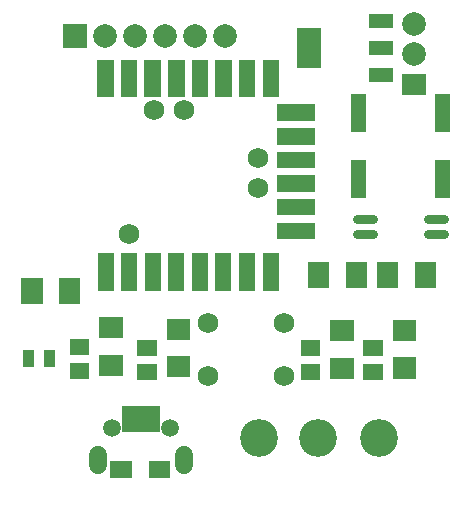
<source format=gts>
G04 Layer: TopSolderMaskLayer*
G04 EasyEDA v6.3.22, 2020-02-28T15:00:48+01:00*
G04 63a5f4fbcb7f4444b97e2c31749ff225,9eabfb72a9474bef872f988307f0334b,10*
G04 Gerber Generator version 0.2*
G04 Scale: 100 percent, Rotated: No, Reflected: No *
G04 Dimensions in millimeters *
G04 leading zeros omitted , absolute positions ,3 integer and 3 decimal *
%FSLAX33Y33*%
%MOMM*%
G90*
G71D02*

%ADD39C,0.803199*%
%ADD40C,1.503197*%
%ADD41C,1.727200*%
%ADD43C,2.003196*%
%ADD47R,2.103120X1.153160*%
%ADD48R,2.103120X3.454400*%
%ADD49C,3.203194*%
%ADD53R,1.402080X3.202940*%

%LPD*%
G54D39*
G01X37228Y21082D02*
G01X35828Y21082D01*
G01X37228Y22352D02*
G01X35828Y22352D01*
G01X31228Y22352D02*
G01X29828Y22352D01*
G01X31228Y21082D02*
G01X29828Y21082D01*
G54D40*
G01X15176Y2423D02*
G01X15176Y1523D01*
G01X7937Y2423D02*
G01X7937Y1523D01*
G54D41*
G01X12700Y31623D03*
G01X15240Y31623D03*
G01X21463Y27559D03*
G01X21463Y25019D03*
G01X10541Y21082D03*
G36*
G01X1531Y9840D02*
G01X1531Y11242D01*
G01X2535Y11242D01*
G01X2535Y9840D01*
G01X1531Y9840D01*
G37*
G36*
G01X3309Y9840D02*
G01X3309Y11242D01*
G01X4313Y11242D01*
G01X4313Y9840D01*
G01X3309Y9840D01*
G37*
G54D43*
G01X34671Y38862D03*
G01X34671Y36322D03*
G36*
G01X33670Y32893D02*
G01X33670Y34671D01*
G01X35672Y34671D01*
G01X35672Y32893D01*
G01X33670Y32893D01*
G37*
G01X18669Y37846D03*
G01X16129Y37846D03*
G01X13589Y37846D03*
G01X11049Y37846D03*
G01X8509Y37846D03*
G36*
G01X4968Y36845D02*
G01X4968Y38847D01*
G01X6970Y38847D01*
G01X6970Y36845D01*
G01X4968Y36845D01*
G37*
G36*
G01X5514Y10876D02*
G01X5514Y12237D01*
G01X7185Y12237D01*
G01X7185Y10876D01*
G01X5514Y10876D01*
G37*
G36*
G01X5514Y8844D02*
G01X5514Y10205D01*
G01X7185Y10205D01*
G01X7185Y8844D01*
G01X5514Y8844D01*
G37*
G36*
G01X11229Y10749D02*
G01X11229Y12110D01*
G01X12900Y12110D01*
G01X12900Y10749D01*
G01X11229Y10749D01*
G37*
G36*
G01X11229Y8717D02*
G01X11229Y10078D01*
G01X12900Y10078D01*
G01X12900Y8717D01*
G01X11229Y8717D01*
G37*
G36*
G01X25072Y10749D02*
G01X25072Y12110D01*
G01X26743Y12110D01*
G01X26743Y10749D01*
G01X25072Y10749D01*
G37*
G36*
G01X25072Y8717D02*
G01X25072Y10078D01*
G01X26743Y10078D01*
G01X26743Y8717D01*
G01X25072Y8717D01*
G37*
G36*
G01X30368Y10787D02*
G01X30368Y12149D01*
G01X32039Y12149D01*
G01X32039Y10787D01*
G01X30368Y10787D01*
G37*
G36*
G01X30368Y8755D02*
G01X30368Y10117D01*
G01X32039Y10117D01*
G01X32039Y8755D01*
G01X30368Y8755D01*
G37*
G54D47*
G01X31879Y34529D03*
G01X31879Y36830D03*
G01X31879Y39131D03*
G54D48*
G01X25778Y36830D03*
G54D49*
G01X21590Y3810D03*
G01X26588Y3810D03*
G01X31750Y3810D03*
G36*
G01X12519Y4356D02*
G01X12519Y6558D01*
G01X13172Y6558D01*
G01X13172Y4356D01*
G01X12519Y4356D01*
G37*
G36*
G01X11869Y4356D02*
G01X11869Y6558D01*
G01X12522Y6558D01*
G01X12522Y4356D01*
G01X11869Y4356D01*
G37*
G36*
G01X11219Y4356D02*
G01X11219Y6558D01*
G01X11874Y6558D01*
G01X11874Y4356D01*
G01X11219Y4356D01*
G37*
G36*
G01X10569Y4356D02*
G01X10569Y6558D01*
G01X11224Y6558D01*
G01X11224Y4356D01*
G01X10569Y4356D01*
G37*
G36*
G01X9921Y4356D02*
G01X9921Y6558D01*
G01X10574Y6558D01*
G01X10574Y4356D01*
G01X9921Y4356D01*
G37*
G36*
G01X12250Y444D02*
G01X12250Y1846D01*
G01X14054Y1846D01*
G01X14054Y444D01*
G01X12250Y444D01*
G37*
G36*
G01X8971Y459D02*
G01X8971Y1864D01*
G01X10774Y1864D01*
G01X10774Y459D01*
G01X8971Y459D01*
G37*
G54D40*
G01X9146Y4673D03*
G01X13988Y4673D03*
G36*
G01X8016Y12255D02*
G01X8016Y14059D01*
G01X10020Y14059D01*
G01X10020Y12255D01*
G01X8016Y12255D01*
G37*
G36*
G01X8016Y9080D02*
G01X8016Y10884D01*
G01X10020Y10884D01*
G01X10020Y9080D01*
G01X8016Y9080D01*
G37*
G36*
G01X13731Y12128D02*
G01X13731Y13932D01*
G01X15735Y13932D01*
G01X15735Y12128D01*
G01X13731Y12128D01*
G37*
G36*
G01X13731Y8953D02*
G01X13731Y10757D01*
G01X15735Y10757D01*
G01X15735Y8953D01*
G01X13731Y8953D01*
G37*
G36*
G01X32867Y12039D02*
G01X32867Y13843D01*
G01X34871Y13843D01*
G01X34871Y12039D01*
G01X32867Y12039D01*
G37*
G36*
G01X32867Y8864D02*
G01X32867Y10668D01*
G01X34871Y10668D01*
G01X34871Y8864D01*
G01X32867Y8864D01*
G37*
G54D53*
G01X8560Y17857D03*
G01X10541Y17857D03*
G01X12547Y17857D03*
G01X14554Y17857D03*
G01X16561Y17857D03*
G01X18542Y17857D03*
G01X20548Y17857D03*
G01X22555Y17857D03*
G36*
G01X7859Y32662D02*
G01X7859Y35865D01*
G01X9261Y35865D01*
G01X9261Y32662D01*
G01X7859Y32662D01*
G37*
G36*
G01X9840Y32662D02*
G01X9840Y35865D01*
G01X11242Y35865D01*
G01X11242Y32662D01*
G01X9840Y32662D01*
G37*
G36*
G01X11846Y32662D02*
G01X11846Y35865D01*
G01X13248Y35865D01*
G01X13248Y32662D01*
G01X11846Y32662D01*
G37*
G36*
G01X13853Y32662D02*
G01X13853Y35865D01*
G01X15255Y35865D01*
G01X15255Y32662D01*
G01X13853Y32662D01*
G37*
G36*
G01X15860Y32662D02*
G01X15860Y35865D01*
G01X17262Y35865D01*
G01X17262Y32662D01*
G01X15860Y32662D01*
G37*
G36*
G01X17841Y32662D02*
G01X17841Y35865D01*
G01X19243Y35865D01*
G01X19243Y32662D01*
G01X17841Y32662D01*
G37*
G36*
G01X19847Y32662D02*
G01X19847Y35865D01*
G01X21249Y35865D01*
G01X21249Y32662D01*
G01X19847Y32662D01*
G37*
G36*
G01X21854Y32662D02*
G01X21854Y35865D01*
G01X23256Y35865D01*
G01X23256Y32662D01*
G01X21854Y32662D01*
G37*
G36*
G01X23063Y28661D02*
G01X23063Y30063D01*
G01X26266Y30063D01*
G01X26266Y28661D01*
G01X23063Y28661D01*
G37*
G36*
G01X23063Y26655D02*
G01X23063Y28057D01*
G01X26266Y28057D01*
G01X26266Y26655D01*
G01X23063Y26655D01*
G37*
G36*
G01X23063Y24673D02*
G01X23063Y26075D01*
G01X26266Y26075D01*
G01X26266Y24673D01*
G01X23063Y24673D01*
G37*
G36*
G01X23063Y22667D02*
G01X23063Y24069D01*
G01X26266Y24069D01*
G01X26266Y22667D01*
G01X23063Y22667D01*
G37*
G36*
G01X23063Y20660D02*
G01X23063Y22062D01*
G01X26266Y22062D01*
G01X26266Y20660D01*
G01X23063Y20660D01*
G37*
G36*
G01X23063Y30668D02*
G01X23063Y32070D01*
G01X26266Y32070D01*
G01X26266Y30668D01*
G01X23063Y30668D01*
G37*
G36*
G01X36482Y29774D02*
G01X36482Y32977D01*
G01X37686Y32977D01*
G01X37686Y29774D01*
G01X36482Y29774D01*
G37*
G36*
G01X36482Y24173D02*
G01X36482Y27376D01*
G01X37686Y27376D01*
G01X37686Y24173D01*
G01X36482Y24173D01*
G37*
G36*
G01X29370Y29774D02*
G01X29370Y32977D01*
G01X30574Y32977D01*
G01X30574Y29774D01*
G01X29370Y29774D01*
G37*
G36*
G01X29370Y24173D02*
G01X29370Y27376D01*
G01X30574Y27376D01*
G01X30574Y24173D01*
G01X29370Y24173D01*
G37*
G54D41*
G01X23697Y13553D03*
G01X17197Y13553D03*
G01X23697Y9053D03*
G01X17197Y9053D03*
G36*
G01X28892Y16550D02*
G01X28892Y18755D01*
G01X30696Y18755D01*
G01X30696Y16550D01*
G01X28892Y16550D01*
G37*
G36*
G01X25692Y16550D02*
G01X25692Y18755D01*
G01X27495Y18755D01*
G01X27495Y16550D01*
G01X25692Y16550D01*
G37*
G36*
G01X1435Y15153D02*
G01X1435Y17358D01*
G01X3238Y17358D01*
G01X3238Y15153D01*
G01X1435Y15153D01*
G37*
G36*
G01X4635Y15153D02*
G01X4635Y17358D01*
G01X6439Y17358D01*
G01X6439Y15153D01*
G01X4635Y15153D01*
G37*
G36*
G01X31534Y16550D02*
G01X31534Y18755D01*
G01X33337Y18755D01*
G01X33337Y16550D01*
G01X31534Y16550D01*
G37*
G36*
G01X34734Y16550D02*
G01X34734Y18755D01*
G01X36538Y18755D01*
G01X36538Y16550D01*
G01X34734Y16550D01*
G37*
G36*
G01X27574Y12001D02*
G01X27574Y13805D01*
G01X29578Y13805D01*
G01X29578Y12001D01*
G01X27574Y12001D01*
G37*
G36*
G01X27574Y8826D02*
G01X27574Y10630D01*
G01X29578Y10630D01*
G01X29578Y8826D01*
G01X27574Y8826D01*
G37*
M00*
M02*

</source>
